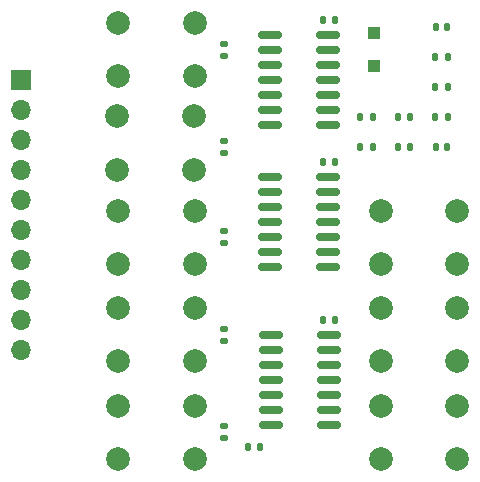
<source format=gbr>
%TF.GenerationSoftware,KiCad,Pcbnew,8.0.4*%
%TF.CreationDate,2024-08-03T23:58:15+10:00*%
%TF.ProjectId,micromod-reset,6d696372-6f6d-46f6-942d-72657365742e,rev?*%
%TF.SameCoordinates,Original*%
%TF.FileFunction,Soldermask,Top*%
%TF.FilePolarity,Negative*%
%FSLAX46Y46*%
G04 Gerber Fmt 4.6, Leading zero omitted, Abs format (unit mm)*
G04 Created by KiCad (PCBNEW 8.0.4) date 2024-08-03 23:58:15*
%MOMM*%
%LPD*%
G01*
G04 APERTURE LIST*
G04 Aperture macros list*
%AMRoundRect*
0 Rectangle with rounded corners*
0 $1 Rounding radius*
0 $2 $3 $4 $5 $6 $7 $8 $9 X,Y pos of 4 corners*
0 Add a 4 corners polygon primitive as box body*
4,1,4,$2,$3,$4,$5,$6,$7,$8,$9,$2,$3,0*
0 Add four circle primitives for the rounded corners*
1,1,$1+$1,$2,$3*
1,1,$1+$1,$4,$5*
1,1,$1+$1,$6,$7*
1,1,$1+$1,$8,$9*
0 Add four rect primitives between the rounded corners*
20,1,$1+$1,$2,$3,$4,$5,0*
20,1,$1+$1,$4,$5,$6,$7,0*
20,1,$1+$1,$6,$7,$8,$9,0*
20,1,$1+$1,$8,$9,$2,$3,0*%
G04 Aperture macros list end*
%ADD10RoundRect,0.135000X-0.135000X-0.185000X0.135000X-0.185000X0.135000X0.185000X-0.135000X0.185000X0*%
%ADD11RoundRect,0.135000X0.185000X-0.135000X0.185000X0.135000X-0.185000X0.135000X-0.185000X-0.135000X0*%
%ADD12RoundRect,0.150000X-0.825000X-0.150000X0.825000X-0.150000X0.825000X0.150000X-0.825000X0.150000X0*%
%ADD13C,2.000000*%
%ADD14RoundRect,0.140000X-0.140000X-0.170000X0.140000X-0.170000X0.140000X0.170000X-0.140000X0.170000X0*%
%ADD15RoundRect,0.135000X0.135000X0.185000X-0.135000X0.185000X-0.135000X-0.185000X0.135000X-0.185000X0*%
%ADD16R,1.700000X1.700000*%
%ADD17O,1.700000X1.700000*%
%ADD18RoundRect,0.250000X-0.300000X0.300000X-0.300000X-0.300000X0.300000X-0.300000X0.300000X0.300000X0*%
G04 APERTURE END LIST*
D10*
%TO.C,R8*%
X137920000Y-59055000D03*
X138940000Y-59055000D03*
%TD*%
D11*
%TO.C,R12*%
X126365000Y-69725000D03*
X126365000Y-68705000D03*
%TD*%
D12*
%TO.C,U2*%
X130240000Y-52070000D03*
X130240000Y-53340000D03*
X130240000Y-54610000D03*
X130240000Y-55880000D03*
X130240000Y-57150000D03*
X130240000Y-58420000D03*
X130240000Y-59690000D03*
X135190000Y-59690000D03*
X135190000Y-58420000D03*
X135190000Y-57150000D03*
X135190000Y-55880000D03*
X135190000Y-54610000D03*
X135190000Y-53340000D03*
X135190000Y-52070000D03*
%TD*%
D13*
%TO.C,SW1*%
X139625000Y-66965000D03*
X146125000Y-66965000D03*
X139625000Y-71465000D03*
X146125000Y-71465000D03*
%TD*%
D11*
%TO.C,R11*%
X126365000Y-62105000D03*
X126365000Y-61085000D03*
%TD*%
D10*
%TO.C,R4*%
X141095000Y-61595000D03*
X142115000Y-61595000D03*
%TD*%
D13*
%TO.C,SW3*%
X139625000Y-83475000D03*
X146125000Y-83475000D03*
X139625000Y-87975000D03*
X146125000Y-87975000D03*
%TD*%
D11*
%TO.C,R14*%
X126365000Y-86235000D03*
X126365000Y-85215000D03*
%TD*%
D13*
%TO.C,SW4*%
X117400000Y-51090000D03*
X123900000Y-51090000D03*
X117400000Y-55590000D03*
X123900000Y-55590000D03*
%TD*%
D10*
%TO.C,R5*%
X144270000Y-53975000D03*
X145290000Y-53975000D03*
%TD*%
%TO.C,R3*%
X144270000Y-59055000D03*
X145290000Y-59055000D03*
%TD*%
D14*
%TO.C,C4*%
X134775000Y-76200000D03*
X135735000Y-76200000D03*
%TD*%
D10*
%TO.C,R9*%
X137920000Y-61595000D03*
X138940000Y-61595000D03*
%TD*%
D15*
%TO.C,R6*%
X129415000Y-86995000D03*
X128395000Y-86995000D03*
%TD*%
D13*
%TO.C,SW5*%
X117325000Y-59000000D03*
X123825000Y-59000000D03*
X117325000Y-63500000D03*
X123825000Y-63500000D03*
%TD*%
D11*
%TO.C,R13*%
X126365000Y-77980000D03*
X126365000Y-76960000D03*
%TD*%
D12*
%TO.C,U1*%
X130240000Y-64135000D03*
X130240000Y-65405000D03*
X130240000Y-66675000D03*
X130240000Y-67945000D03*
X130240000Y-69215000D03*
X130240000Y-70485000D03*
X130240000Y-71755000D03*
X135190000Y-71755000D03*
X135190000Y-70485000D03*
X135190000Y-69215000D03*
X135190000Y-67945000D03*
X135190000Y-66675000D03*
X135190000Y-65405000D03*
X135190000Y-64135000D03*
%TD*%
D10*
%TO.C,R2*%
X144270000Y-56515000D03*
X145290000Y-56515000D03*
%TD*%
D16*
%TO.C,J1*%
X109220000Y-55880000D03*
D17*
X109220000Y-58420000D03*
X109220000Y-60960000D03*
X109220000Y-63500000D03*
X109220000Y-66040000D03*
X109220000Y-68580000D03*
X109220000Y-71120000D03*
X109220000Y-73660000D03*
X109220000Y-76200000D03*
X109220000Y-78740000D03*
%TD*%
D11*
%TO.C,R10*%
X126365000Y-53850000D03*
X126365000Y-52830000D03*
%TD*%
D13*
%TO.C,SW6*%
X117400000Y-66965000D03*
X123900000Y-66965000D03*
X117400000Y-71465000D03*
X123900000Y-71465000D03*
%TD*%
D14*
%TO.C,C5*%
X134775000Y-50800000D03*
X135735000Y-50800000D03*
%TD*%
D10*
%TO.C,R1*%
X141095000Y-59055000D03*
X142115000Y-59055000D03*
%TD*%
D14*
%TO.C,C2*%
X144300000Y-61595000D03*
X145260000Y-61595000D03*
%TD*%
D18*
%TO.C,D1*%
X139065000Y-51940000D03*
X139065000Y-54740000D03*
%TD*%
D13*
%TO.C,SW2*%
X139625000Y-75220000D03*
X146125000Y-75220000D03*
X139625000Y-79720000D03*
X146125000Y-79720000D03*
%TD*%
D14*
%TO.C,C3*%
X134775000Y-62865000D03*
X135735000Y-62865000D03*
%TD*%
D13*
%TO.C,SW8*%
X117400000Y-83475000D03*
X123900000Y-83475000D03*
X117400000Y-87975000D03*
X123900000Y-87975000D03*
%TD*%
%TO.C,SW7*%
X117400000Y-75220000D03*
X123900000Y-75220000D03*
X117400000Y-79720000D03*
X123900000Y-79720000D03*
%TD*%
D14*
%TO.C,C1*%
X144300000Y-51435000D03*
X145260000Y-51435000D03*
%TD*%
D12*
%TO.C,U3*%
X130305000Y-77470000D03*
X130305000Y-78740000D03*
X130305000Y-80010000D03*
X130305000Y-81280000D03*
X130305000Y-82550000D03*
X130305000Y-83820000D03*
X130305000Y-85090000D03*
X135255000Y-85090000D03*
X135255000Y-83820000D03*
X135255000Y-82550000D03*
X135255000Y-81280000D03*
X135255000Y-80010000D03*
X135255000Y-78740000D03*
X135255000Y-77470000D03*
%TD*%
M02*

</source>
